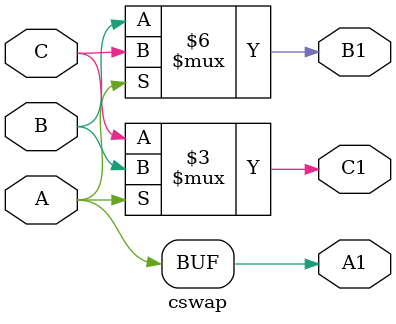
<source format=v>
module cswap(A1, B1, C1, A, B, C);
output A1, B1, C1;
input A, B, C;

reg A1;
reg B1, C1;

always @(A or B or C)
    if (A)
    begin
        A1 <= A;
        B1 <= C;
        C1 <= B;
    end
    else
    begin
        A1 <= A;
        B1 <= B;
        C1 <= C;
    end
endmodule

</source>
